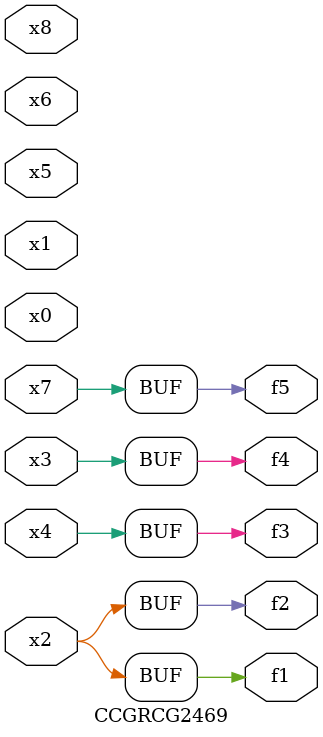
<source format=v>
module CCGRCG2469(
	input x0, x1, x2, x3, x4, x5, x6, x7, x8,
	output f1, f2, f3, f4, f5
);
	assign f1 = x2;
	assign f2 = x2;
	assign f3 = x4;
	assign f4 = x3;
	assign f5 = x7;
endmodule

</source>
